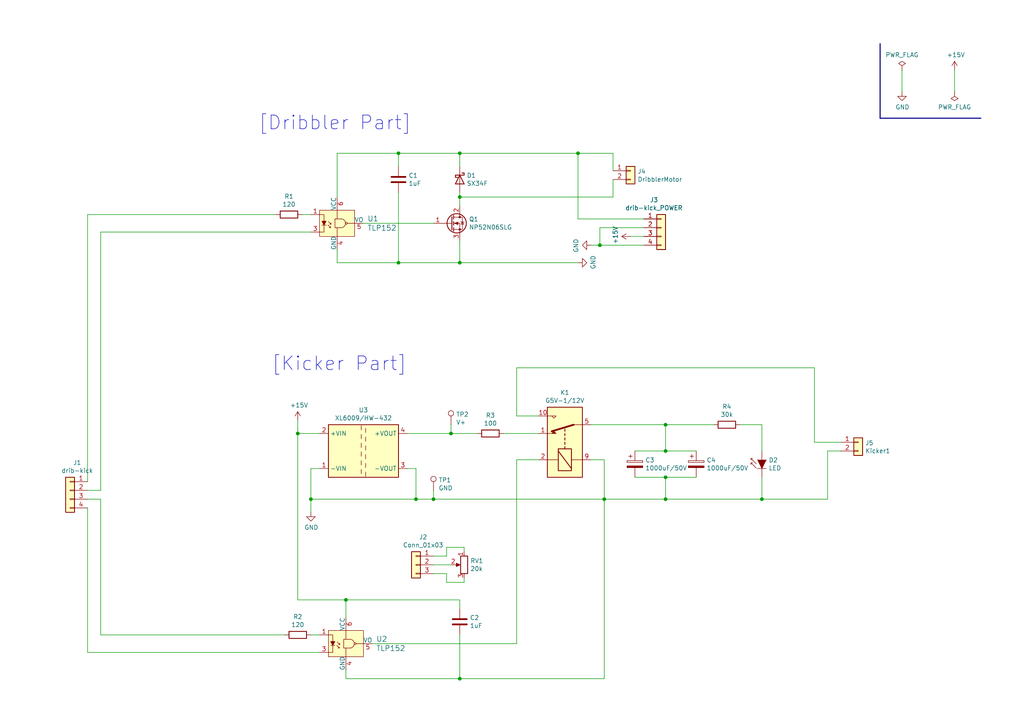
<source format=kicad_sch>
(kicad_sch (version 20211123) (generator eeschema)
  (paper "A4")
  (title_block (title "control board") (date "2021-11-06") (rev "V1.0") (company "Saeki.A"))
  (lib_symbols
    (symbol "1.Robot.prtty:LED" (pin_numbers hide) (pin_names (offset 1.016) hide)
      (property "Reference" "D" (at 0.508 1.778 0))
      (property "Value" "1.Robot.prtty_LED" (at -1.016 -2.794 0))
      (symbol "LED_0_1"
        (polyline (pts (xy -2.54 1.27) (xy -2.54 -1.27)) (stroke (width 0.1524)))
        (polyline (pts (xy 0.381 3.175) (xy -0.127 3.175)))
        (polyline (pts (xy -1.143 1.651) (xy 0.381 3.175) (xy 0.381 2.667)))
        (polyline (pts (xy 0 1.27) (xy -2.54 0) (xy 0 -1.27)) (fill (type outline)))
        (polyline (pts (xy -2.413 1.651) (xy -0.889 3.175) (xy -0.889 2.667) (xy -0.889 3.175) (xy -1.397 3.175)))
      )
      (symbol "LED_1_1"
        (pin passive line (at -5.08 0 0) (length 2.54) (name "K") (number "1"))
        (pin passive line (at 2.54 0 180) (length 2.54) (name "A") (number "2"))
      )
    )
    (symbol "1.Robot.prtty:TLP152" (pin_names (offset 0))
      (property "Reference" "U" (at -7.62 7.62 0))
      (property "Value" "1.Robot.prtty_TLP152" (at 2.54 -5.715 0))
      (symbol "TLP152_0_1"
        (rectangle (start -5.08 3.81) (end 5.08 -3.81) (fill (type background)))
        (polyline (pts (xy -4.445 -0.508) (xy -3.175 -0.508)))
        (polyline (pts (xy -1.905 -1.27) (xy -1.905 -0.889)))
        (polyline (pts (xy -1.778 -0.254) (xy -2.159 -0.254)))
        (polyline (pts (xy -0.635 1.27) (xy 1.27 1.27)))
        (polyline (pts (xy 0 -3.81) (xy 0 -1.27)))
        (polyline (pts (xy 0 3.81) (xy 0 1.27)))
        (polyline (pts (xy 2.921 0) (xy 5.08 0)))
        (polyline (pts (xy -5.08 -2.54) (xy -3.81 -2.54) (xy -3.81 -0.254)))
        (polyline (pts (xy -5.08 2.54) (xy -3.81 2.54) (xy -3.81 0.508)))
        (polyline (pts (xy -2.667 -0.508) (xy -1.905 -1.27) (xy -2.286 -1.27)))
        (polyline (pts (xy -2.54 0.508) (xy -1.778 -0.254) (xy -1.778 0.127)))
        (polyline (pts (xy -0.635 1.27) (xy -0.635 -1.27) (xy 1.27 -1.27)))
        (polyline (pts (xy -4.318 0.635) (xy -3.175 0.635) (xy -3.81 -0.508) (xy -4.445 0.635)) (fill (type outline)))
        (arc (start 1.27 -1.27) (mid 2.4193 0) (end 1.27 1.27))
        (circle (center 2.667 0) (radius 0.2794))
      )
      (symbol "TLP152_1_1"
        (pin passive line (at -7.62 2.54 0) (length 2.54) (name "~") (number "1"))
        (pin passive line (at -7.62 -2.54 0) (length 2.54) (name "~") (number "3"))
        (pin power_in line (at 0 -7.62 90) (length 3.81) (name "GND") (number "4"))
        (pin output line (at 7.62 0 180) (length 2.54) (name "VO") (number "5"))
        (pin power_in line (at 0 7.62 270) (length 3.81) (name "VCC") (number "6"))
      )
    )
    (symbol "Connector:TestPoint" (pin_numbers hide) (pin_names (offset 0.762) hide)
      (property "Reference" "TP" (at 0 6.858 0))
      (property "Value" "TestPoint" (at 0 5.08 0))
      (symbol "TestPoint_0_1"
        (circle (center 0 3.302) (radius 0.762))
      )
      (symbol "TestPoint_1_1"
        (pin passive line (at 0 0 90) (length 2.54) (name "1") (number "1"))
      )
    )
    (symbol "Connector_Generic:Conn_01x02" (pin_names (offset 1.016) hide)
      (property "Reference" "J" (at 0 2.54 0))
      (property "Value" "Conn_01x02" (at 0 -5.08 0))
      (symbol "Conn_01x02_1_1"
        (rectangle (start -1.27 -2.413) (end 0 -2.667) (stroke (width 0.1524)))
        (rectangle (start -1.27 0.127) (end 0 -0.127) (stroke (width 0.1524)))
        (rectangle (start -1.27 1.27) (end 1.27 -3.81) (stroke (width 0.254)) (fill (type background)))
        (pin passive line (at -5.08 0 0) (length 3.81) (name "Pin_1") (number "1"))
        (pin passive line (at -5.08 -2.54 0) (length 3.81) (name "Pin_2") (number "2"))
      )
    )
    (symbol "Connector_Generic:Conn_01x03" (pin_names (offset 1.016) hide)
      (property "Reference" "J" (at 0 5.08 0))
      (property "Value" "Conn_01x03" (at 0 -5.08 0))
      (symbol "Conn_01x03_1_1"
        (rectangle (start -1.27 -2.413) (end 0 -2.667) (stroke (width 0.1524)))
        (rectangle (start -1.27 0.127) (end 0 -0.127) (stroke (width 0.1524)))
        (rectangle (start -1.27 2.667) (end 0 2.413) (stroke (width 0.1524)))
        (rectangle (start -1.27 3.81) (end 1.27 -3.81) (stroke (width 0.254)) (fill (type background)))
        (pin passive line (at -5.08 2.54 0) (length 3.81) (name "Pin_1") (number "1"))
        (pin passive line (at -5.08 0 0) (length 3.81) (name "Pin_2") (number "2"))
        (pin passive line (at -5.08 -2.54 0) (length 3.81) (name "Pin_3") (number "3"))
      )
    )
    (symbol "Connector_Generic:Conn_01x04" (pin_names (offset 1.016) hide)
      (property "Reference" "J" (at 0 5.08 0))
      (property "Value" "Conn_01x04" (at 0 -7.62 0))
      (symbol "Conn_01x04_1_1"
        (rectangle (start -1.27 -4.953) (end 0 -5.207) (stroke (width 0.1524)))
        (rectangle (start -1.27 -2.413) (end 0 -2.667) (stroke (width 0.1524)))
        (rectangle (start -1.27 0.127) (end 0 -0.127) (stroke (width 0.1524)))
        (rectangle (start -1.27 2.667) (end 0 2.413) (stroke (width 0.1524)))
        (rectangle (start -1.27 3.81) (end 1.27 -6.35) (stroke (width 0.254)) (fill (type background)))
        (pin passive line (at -5.08 2.54 0) (length 3.81) (name "Pin_1") (number "1"))
        (pin passive line (at -5.08 0 0) (length 3.81) (name "Pin_2") (number "2"))
        (pin passive line (at -5.08 -2.54 0) (length 3.81) (name "Pin_3") (number "3"))
        (pin passive line (at -5.08 -5.08 0) (length 3.81) (name "Pin_4") (number "4"))
      )
    )
    (symbol "Device:C" (pin_numbers hide) (pin_names (offset 0.254))
      (property "Reference" "C" (at 0.635 2.54 0))
      (property "Value" "C" (at 0.635 -2.54 0))
      (symbol "C_0_1"
        (polyline (pts (xy -2.032 -0.762) (xy 2.032 -0.762)) (stroke (width 0.508)))
        (polyline (pts (xy -2.032 0.762) (xy 2.032 0.762)) (stroke (width 0.508)))
      )
      (symbol "C_1_1"
        (pin passive line (at 0 3.81 270) (length 2.794) (name "~") (number "1"))
        (pin passive line (at 0 -3.81 90) (length 2.794) (name "~") (number "2"))
      )
    )
    (symbol "Device:CP" (pin_numbers hide) (pin_names (offset 0.254))
      (property "Reference" "C" (at 0.635 2.54 0))
      (property "Value" "Device_CP" (at 0.635 -2.54 0))
      (symbol "CP_0_1"
        (rectangle (start -2.286 0.508) (end 2.286 1.016))
        (polyline (pts (xy -1.778 2.286) (xy -0.762 2.286)))
        (polyline (pts (xy -1.27 2.794) (xy -1.27 1.778)))
        (rectangle (start 2.286 -0.508) (end -2.286 -1.016) (fill (type outline)))
      )
      (symbol "CP_1_1"
        (pin passive line (at 0 3.81 270) (length 2.794) (name "~") (number "1"))
        (pin passive line (at 0 -3.81 90) (length 2.794) (name "~") (number "2"))
      )
    )
    (symbol "Device:D_Schottky" (pin_numbers hide) (pin_names (offset 1.016) hide)
      (property "Reference" "D" (at 0 2.54 0))
      (property "Value" "D_Schottky" (at 0 -2.54 0))
      (symbol "D_Schottky_0_1"
        (polyline (pts (xy 1.27 0) (xy -1.27 0)))
        (polyline (pts (xy 1.27 1.27) (xy 1.27 -1.27) (xy -1.27 0) (xy 1.27 1.27)) (stroke (width 0.254)))
        (polyline (pts (xy -1.905 0.635) (xy -1.905 1.27) (xy -1.27 1.27) (xy -1.27 -1.27) (xy -0.635 -1.27) (xy -0.635 -0.635)) (stroke (width 0.254)))
      )
      (symbol "D_Schottky_1_1"
        (pin passive line (at -3.81 0 0) (length 2.54) (name "K") (number "1"))
        (pin passive line (at 3.81 0 180) (length 2.54) (name "A") (number "2"))
      )
    )
    (symbol "Device:R" (pin_numbers hide) (pin_names (offset 0))
      (property "Reference" "R" (at 2.032 0 90))
      (property "Value" "R" (at 0 0 90))
      (symbol "R_0_1"
        (rectangle (start -1.016 -2.54) (end 1.016 2.54) (stroke (width 0.254)))
      )
      (symbol "R_1_1"
        (pin passive line (at 0 3.81 270) (length 1.27) (name "~") (number "1"))
        (pin passive line (at 0 -3.81 90) (length 1.27) (name "~") (number "2"))
      )
    )
    (symbol "Device:R_POT" (pin_names (offset 1.016) hide)
      (property "Reference" "RV" (at -4.445 0 90))
      (property "Value" "Device_R_POT" (at -2.54 0 90))
      (symbol "R_POT_0_1"
        (polyline (pts (xy 2.54 0) (xy 1.524 0)))
        (polyline (pts (xy 1.143 0) (xy 2.286 0.508) (xy 2.286 -0.508) (xy 1.143 0)) (fill (type outline)))
        (rectangle (start 1.016 2.54) (end -1.016 -2.54) (stroke (width 0.254)))
      )
      (symbol "R_POT_1_1"
        (pin passive line (at 0 3.81 270) (length 1.27) (name "1") (number "1"))
        (pin passive line (at 3.81 0 180) (length 1.27) (name "2") (number "2"))
        (pin passive line (at 0 -3.81 90) (length 1.27) (name "3") (number "3"))
      )
    )
    (symbol "Kikker20200725-rescue:TLP157-Akizuki" (pin_names (offset 0))
      (property "Reference" "U" (at -7.62 7.62 0))
      (property "Value" "Kikker20200725-rescue_TLP157-Akizuki" (at 2.54 -5.715 0))
      (symbol "TLP157-Akizuki_0_1"
        (rectangle (start -5.08 3.81) (end 5.08 -3.81) (fill (type background)))
        (polyline (pts (xy -4.445 -0.508) (xy -3.175 -0.508)))
        (polyline (pts (xy -1.905 -1.27) (xy -1.905 -0.889)))
        (polyline (pts (xy -1.778 -0.254) (xy -2.159 -0.254)))
        (polyline (pts (xy -0.635 1.27) (xy 1.27 1.27)))
        (polyline (pts (xy 0 -3.81) (xy 0 -1.27)))
        (polyline (pts (xy 0 3.81) (xy 0 1.27)))
        (polyline (pts (xy 2.921 0) (xy 5.08 0)))
        (polyline (pts (xy -5.08 -2.54) (xy -3.81 -2.54) (xy -3.81 -0.254)))
        (polyline (pts (xy -5.08 2.54) (xy -3.81 2.54) (xy -3.81 0.508)))
        (polyline (pts (xy -2.667 -0.508) (xy -1.905 -1.27) (xy -2.286 -1.27)))
        (polyline (pts (xy -2.54 0.508) (xy -1.778 -0.254) (xy -1.778 0.127)))
        (polyline (pts (xy -0.635 1.27) (xy -0.635 -1.27) (xy 1.27 -1.27)))
        (polyline (pts (xy -4.318 0.635) (xy -3.175 0.635) (xy -3.81 -0.508) (xy -4.445 0.635)) (fill (type outline)))
        (arc (start 1.27 -1.27) (mid 2.4193 0) (end 1.27 1.27))
        (circle (center 2.667 0) (radius 0.2794))
      )
      (symbol "TLP157-Akizuki_1_1"
        (pin passive line (at -7.62 2.54 0) (length 2.54) (name "~") (number "1"))
        (pin passive line (at -7.62 -2.54 0) (length 2.54) (name "~") (number "3"))
        (pin power_in line (at 0 -7.62 90) (length 3.81) (name "GND") (number "4"))
        (pin output line (at 7.62 0 180) (length 2.54) (name "VO") (number "5"))
        (pin power_in line (at 0 7.62 270) (length 3.81) (name "VCC") (number "6"))
      )
    )
    (symbol "Regulator_Switching:CRE1S0305S3C"
      (property "Reference" "U" (at -8.89 8.89 0))
      (property "Value" "CRE1S0305S3C" (at 2.54 8.89 0))
      (symbol "CRE1S0305S3C_0_1"
        (rectangle (start -10.16 7.62) (end 10.16 -7.62) (stroke (width 0.254)) (fill (type background)))
        (polyline (pts (xy -0.635 -5.334) (xy -0.635 -6.604)))
        (polyline (pts (xy -0.635 -2.794) (xy -0.635 -4.064)))
        (polyline (pts (xy -0.635 -0.254) (xy -0.635 -1.524)))
        (polyline (pts (xy -0.635 2.286) (xy -0.635 1.016)))
        (polyline (pts (xy -0.635 4.826) (xy -0.635 3.556)))
        (polyline (pts (xy -0.635 7.366) (xy -0.635 6.096)))
        (polyline (pts (xy 0.635 -7.366) (xy 0.635 -6.096)))
        (polyline (pts (xy 0.635 -4.826) (xy 0.635 -3.556)))
        (polyline (pts (xy 0.635 -2.286) (xy 0.635 -1.016)))
        (polyline (pts (xy 0.635 0.254) (xy 0.635 1.524)))
        (polyline (pts (xy 0.635 2.794) (xy 0.635 4.064)))
        (polyline (pts (xy 0.635 5.334) (xy 0.635 6.604)))
      )
      (symbol "CRE1S0305S3C_1_1"
        (pin power_in line (at -12.7 -5.08 0) (length 2.54) (name "-VIN") (number "1"))
        (pin power_in line (at -12.7 5.08 0) (length 2.54) (name "+VIN") (number "2"))
        (pin power_out line (at 12.7 -5.08 180) (length 2.54) (name "-VOUT") (number "3"))
        (pin power_out line (at 12.7 5.08 180) (length 2.54) (name "+VOUT") (number "4"))
      )
    )
    (symbol "Relay:G5V-1"
      (property "Reference" "K" (at 11.43 3.81 0))
      (property "Value" "G5V-1" (at 11.43 1.27 0))
      (symbol "G5V-1_0_0"
        (polyline (pts (xy 7.62 5.08) (xy 7.62 2.54) (xy 6.985 3.175) (xy 7.62 3.81)))
      )
      (symbol "G5V-1_0_1"
        (rectangle (start -10.16 5.08) (end 10.16 -5.08) (stroke (width 0.254)) (fill (type background)))
        (rectangle (start -8.255 1.905) (end -1.905 -1.905) (stroke (width 0.254)))
        (polyline (pts (xy -7.62 -1.905) (xy -2.54 1.905)) (stroke (width 0.254)))
        (polyline (pts (xy -5.08 -5.08) (xy -5.08 -1.905)))
        (polyline (pts (xy -5.08 5.08) (xy -5.08 1.905)))
        (polyline (pts (xy -1.905 0) (xy -1.27 0)) (stroke (width 0.254)))
        (polyline (pts (xy -0.635 0) (xy 0 0)) (stroke (width 0.254)))
        (polyline (pts (xy 0.635 0) (xy 1.27 0)) (stroke (width 0.254)))
        (polyline (pts (xy 1.905 0) (xy 2.54 0)) (stroke (width 0.254)))
        (polyline (pts (xy 3.175 0) (xy 3.81 0)) (stroke (width 0.254)))
        (polyline (pts (xy 5.08 -2.54) (xy 3.175 3.81)) (stroke (width 0.508)))
        (polyline (pts (xy 5.08 -2.54) (xy 5.08 -5.08)))
        (polyline (pts (xy 2.54 5.08) (xy 2.54 2.54) (xy 3.175 3.175) (xy 2.54 3.81)) (fill (type outline)))
      )
      (symbol "G5V-1_1_1"
        (pin passive line (at 2.54 7.62 270) (length 2.54) (name "~") (number "1"))
        (pin passive line (at 7.62 7.62 270) (length 2.54) (name "~") (number "10"))
        (pin passive line (at -5.08 7.62 270) (length 2.54) (name "~") (number "2"))
        (pin passive line (at 5.08 -7.62 90) (length 2.54) (name "~") (number "5"))
        (pin passive line (at 5.08 -7.62 90) (length 2.54) hide (name "~") (number "6"))
        (pin passive line (at -5.08 -7.62 90) (length 2.54) (name "~") (number "9"))
      )
    )
    (symbol "Transistor_FET:NP52N06SLG" (pin_names hide)
      (property "Reference" "Q" (at 5.08 1.905 0))
      (property "Value" "Transistor_FET_NP52N06SLG" (at 5.08 0 0))
      (symbol "NP52N06SLG_0_1"
        (polyline (pts (xy 0.254 0) (xy -2.54 0)))
        (polyline (pts (xy 0.254 1.905) (xy 0.254 -1.905)) (stroke (width 0.254)))
        (polyline (pts (xy 0.762 -1.27) (xy 0.762 -2.286)) (stroke (width 0.254)))
        (polyline (pts (xy 0.762 0.508) (xy 0.762 -0.508)) (stroke (width 0.254)))
        (polyline (pts (xy 0.762 2.286) (xy 0.762 1.27)) (stroke (width 0.254)))
        (polyline (pts (xy 2.54 2.54) (xy 2.54 1.778)))
        (polyline (pts (xy 2.54 -2.54) (xy 2.54 0) (xy 0.762 0)))
        (polyline (pts (xy 0.762 -1.778) (xy 3.302 -1.778) (xy 3.302 1.778) (xy 0.762 1.778)))
        (polyline (pts (xy 1.016 0) (xy 2.032 0.381) (xy 2.032 -0.381) (xy 1.016 0)) (fill (type outline)))
        (polyline (pts (xy 2.794 0.508) (xy 2.921 0.381) (xy 3.683 0.381) (xy 3.81 0.254)))
        (polyline (pts (xy 3.302 0.381) (xy 2.921 -0.254) (xy 3.683 -0.254) (xy 3.302 0.381)))
        (circle (center 1.651 0) (radius 2.794) (stroke (width 0.254)))
        (circle (center 2.54 -1.778) (radius 0.254) (fill (type outline)))
        (circle (center 2.54 1.778) (radius 0.254) (fill (type outline)))
      )
      (symbol "NP52N06SLG_1_1"
        (pin input line (at -5.08 0 0) (length 2.54) (name "G") (number "1"))
        (pin passive line (at 2.54 5.08 270) (length 2.54) (name "D") (number "2"))
        (pin passive line (at 2.54 -5.08 90) (length 2.54) (name "S") (number "3"))
      )
    )
    (symbol "power:+15V" (power) (pin_names (offset 0))
      (property "Value" "+15V" (at 0 3.556 0))
      (symbol "+15V_0_1"
        (polyline (pts (xy -0.762 1.27) (xy 0 2.54)))
        (polyline (pts (xy 0 0) (xy 0 2.54)))
        (polyline (pts (xy 0 2.54) (xy 0.762 1.27)))
      )
      (symbol "+15V_1_1"
        (pin power_in line (at 0 0 90) (length 0) hide (name "+15V") (number "1"))
      )
    )
    (symbol "power:GND" (power) (pin_names (offset 0))
      (property "Value" "GND" (at 0 -3.81 0))
      (symbol "GND_0_1"
        (polyline (pts (xy 0 0) (xy 0 -1.27) (xy 1.27 -1.27) (xy 0 -2.54) (xy -1.27 -1.27) (xy 0 -1.27)))
      )
      (symbol "GND_1_1"
        (pin power_in line (at 0 0 270) (length 0) hide (name "GND") (number "1"))
      )
    )
    (symbol "power:PWR_FLAG" (power) (pin_numbers hide) (pin_names (offset 0) hide)
      (property "Value" "PWR_FLAG" (at 0 3.81 0))
      (symbol "PWR_FLAG_0_0"
        (pin power_out line (at 0 0 90) (length 0) (name "pwr") (number "1"))
      )
      (symbol "PWR_FLAG_0_1"
        (polyline (pts (xy 0 0) (xy 0 1.27) (xy -1.016 1.905) (xy 0 2.54) (xy 1.016 1.905) (xy 0 1.27)))
      )
    )
  )
  (junction (at 193.04 138.43))
  (junction (at 220.98 144.78))
  (junction (at 133.35 57.15))
  (junction (at 125.73 144.78))
  (junction (at 115.57 44.45))
  (junction (at 193.04 130.81))
  (junction (at 120.65 144.78))
  (junction (at 90.17 144.78))
  (junction (at 167.64 44.45))
  (junction (at 193.04 123.19))
  (junction (at 133.35 196.85))
  (junction (at 100.33 173.99))
  (junction (at 173.99 71.12))
  (junction (at 133.35 76.2))
  (junction (at 193.04 144.78))
  (junction (at 86.36 125.73))
  (junction (at 130.81 125.73))
  (junction (at 175.26 144.78))
  (junction (at 133.35 44.45))
  (junction (at 115.57 76.2))
  (wire (pts (xy 25.4 142.24) (xy 29.21 142.24)))
  (wire (pts (xy 29.21 144.78) (xy 29.21 184.15)))
  (wire (pts (xy 133.35 59.69) (xy 133.35 57.15)))
  (wire (pts (xy 120.65 135.89) (xy 118.11 135.89)))
  (wire (pts (xy 125.73 161.29) (xy 129.54 161.29)))
  (wire (pts (xy 133.35 173.99) (xy 133.35 176.53)))
  (bus (pts (xy 255.27 12.7) (xy 255.27 34.29)))
  (wire (pts (xy 167.64 63.5) (xy 186.69 63.5)))
  (wire (pts (xy 175.26 133.35) (xy 171.45 133.35)))
  (wire (pts (xy 175.26 144.78) (xy 175.26 196.85)))
  (wire (pts (xy 193.04 123.19) (xy 207.01 123.19)))
  (wire (pts (xy 100.33 173.99) (xy 100.33 179.07)))
  (wire (pts (xy 133.35 57.15) (xy 177.8 57.15)))
  (wire (pts (xy 29.21 142.24) (xy 29.21 67.31)))
  (wire (pts (xy 107.95 186.69) (xy 149.86 186.69)))
  (wire (pts (xy 193.04 130.81) (xy 201.93 130.81)))
  (wire (pts (xy 149.86 106.68) (xy 236.22 106.68)))
  (wire (pts (xy 193.04 138.43) (xy 193.04 144.78)))
  (wire (pts (xy 175.26 144.78) (xy 193.04 144.78)))
  (wire (pts (xy 115.57 44.45) (xy 115.57 48.26)))
  (wire (pts (xy 193.04 144.78) (xy 220.98 144.78)))
  (wire (pts (xy 261.62 20.32) (xy 261.62 26.67)))
  (wire (pts (xy 92.71 135.89) (xy 90.17 135.89)))
  (wire (pts (xy 97.79 44.45) (xy 115.57 44.45)))
  (wire (pts (xy 86.36 121.92) (xy 86.36 125.73)))
  (wire (pts (xy 193.04 123.19) (xy 193.04 130.81)))
  (wire (pts (xy 29.21 184.15) (xy 82.55 184.15)))
  (wire (pts (xy 146.05 125.73) (xy 156.21 125.73)))
  (wire (pts (xy 156.21 120.65) (xy 149.86 120.65)))
  (wire (pts (xy 193.04 138.43) (xy 201.93 138.43)))
  (wire (pts (xy 97.79 57.15) (xy 97.79 44.45)))
  (wire (pts (xy 90.17 184.15) (xy 92.71 184.15)))
  (wire (pts (xy 100.33 173.99) (xy 133.35 173.99)))
  (wire (pts (xy 134.62 168.91) (xy 134.62 167.64)))
  (wire (pts (xy 171.45 123.19) (xy 193.04 123.19)))
  (wire (pts (xy 25.4 189.23) (xy 25.4 147.32)))
  (wire (pts (xy 90.17 144.78) (xy 90.17 148.59)))
  (wire (pts (xy 133.35 44.45) (xy 167.64 44.45)))
  (wire (pts (xy 25.4 144.78) (xy 29.21 144.78)))
  (wire (pts (xy 186.69 66.04) (xy 173.99 66.04)))
  (wire (pts (xy 214.63 123.19) (xy 220.98 123.19)))
  (wire (pts (xy 125.73 163.83) (xy 130.81 163.83)))
  (wire (pts (xy 29.21 67.31) (xy 90.17 67.31)))
  (wire (pts (xy 236.22 128.27) (xy 243.84 128.27)))
  (wire (pts (xy 133.35 76.2) (xy 133.35 69.85)))
  (wire (pts (xy 120.65 144.78) (xy 125.73 144.78)))
  (wire (pts (xy 115.57 76.2) (xy 133.35 76.2)))
  (wire (pts (xy 129.54 158.75) (xy 134.62 158.75)))
  (wire (pts (xy 133.35 196.85) (xy 175.26 196.85)))
  (wire (pts (xy 134.62 158.75) (xy 134.62 160.02)))
  (wire (pts (xy 184.15 138.43) (xy 193.04 138.43)))
  (wire (pts (xy 125.73 144.78) (xy 175.26 144.78)))
  (wire (pts (xy 115.57 55.88) (xy 115.57 76.2)))
  (wire (pts (xy 100.33 196.85) (xy 133.35 196.85)))
  (wire (pts (xy 105.41 64.77) (xy 125.73 64.77)))
  (wire (pts (xy 115.57 44.45) (xy 133.35 44.45)))
  (wire (pts (xy 184.15 130.81) (xy 193.04 130.81)))
  (wire (pts (xy 186.69 68.58) (xy 182.88 68.58)))
  (wire (pts (xy 133.35 184.15) (xy 133.35 196.85)))
  (wire (pts (xy 220.98 144.78) (xy 240.03 144.78)))
  (wire (pts (xy 130.81 123.19) (xy 130.81 125.73)))
  (wire (pts (xy 173.99 66.04) (xy 173.99 71.12)))
  (wire (pts (xy 276.86 20.32) (xy 276.86 26.67)))
  (bus (pts (xy 255.27 34.29) (xy 284.48 34.29)))
  (wire (pts (xy 175.26 144.78) (xy 175.26 133.35)))
  (wire (pts (xy 86.36 125.73) (xy 86.36 173.99)))
  (wire (pts (xy 118.11 125.73) (xy 130.81 125.73)))
  (wire (pts (xy 149.86 133.35) (xy 156.21 133.35)))
  (wire (pts (xy 90.17 135.89) (xy 90.17 144.78)))
  (wire (pts (xy 129.54 166.37) (xy 129.54 168.91)))
  (wire (pts (xy 177.8 44.45) (xy 177.8 49.53)))
  (wire (pts (xy 129.54 168.91) (xy 134.62 168.91)))
  (wire (pts (xy 25.4 139.7) (xy 25.4 62.23)))
  (wire (pts (xy 177.8 52.07) (xy 177.8 57.15)))
  (wire (pts (xy 97.79 72.39) (xy 97.79 76.2)))
  (wire (pts (xy 240.03 130.81) (xy 240.03 144.78)))
  (wire (pts (xy 149.86 120.65) (xy 149.86 106.68)))
  (wire (pts (xy 220.98 123.19) (xy 220.98 130.81)))
  (wire (pts (xy 133.35 76.2) (xy 167.64 76.2)))
  (wire (pts (xy 25.4 189.23) (xy 92.71 189.23)))
  (wire (pts (xy 236.22 106.68) (xy 236.22 128.27)))
  (wire (pts (xy 171.45 71.12) (xy 173.99 71.12)))
  (wire (pts (xy 125.73 142.24) (xy 125.73 144.78)))
  (wire (pts (xy 90.17 144.78) (xy 120.65 144.78)))
  (wire (pts (xy 87.63 62.23) (xy 90.17 62.23)))
  (wire (pts (xy 100.33 194.31) (xy 100.33 196.85)))
  (wire (pts (xy 125.73 166.37) (xy 129.54 166.37)))
  (wire (pts (xy 149.86 133.35) (xy 149.86 186.69)))
  (wire (pts (xy 97.79 76.2) (xy 115.57 76.2)))
  (wire (pts (xy 86.36 125.73) (xy 92.71 125.73)))
  (wire (pts (xy 220.98 138.43) (xy 220.98 144.78)))
  (wire (pts (xy 129.54 161.29) (xy 129.54 158.75)))
  (wire (pts (xy 120.65 144.78) (xy 120.65 135.89)))
  (wire (pts (xy 173.99 71.12) (xy 186.69 71.12)))
  (wire (pts (xy 86.36 173.99) (xy 100.33 173.99)))
  (wire (pts (xy 130.81 125.73) (xy 138.43 125.73)))
  (wire (pts (xy 133.35 48.26) (xy 133.35 44.45)))
  (wire (pts (xy 243.84 130.81) (xy 240.03 130.81)))
  (wire (pts (xy 167.64 44.45) (xy 167.64 63.5)))
  (wire (pts (xy 133.35 57.15) (xy 133.35 55.88)))
  (wire (pts (xy 25.4 62.23) (xy 80.01 62.23)))
  (wire (pts (xy 167.64 44.45) (xy 177.8 44.45)))
  (text "[Kicker Part]" (at 78.74 107.95 0) (effects (font (size 3.9878 3.9878)) (justify left bottom)))
  (text "[Dribbler Part]" (at 74.93 38.1 0) (effects (font (size 3.9878 3.9878)) (justify left bottom)))
  (symbol (lib_id "Device:CP") (at 201.93 134.62 0) (unit 1)
    (property "Reference" "C4" (at 204.9272 133.4516 0) (effects (justify left)))
    (property "Value" "1000uF/50V" (at 204.9272 135.763 0) (effects (justify left)))
    (property "Footprint" "Capacitor_THT:CP_Radial_D12.5mm_P7.50mm" (effects hide))
  )
  (symbol (lib_id "Device:C") (at 115.57 52.07 0) (unit 1)
    (property "Reference" "C1" (at 118.491 50.9016 0) (effects (justify left)))
    (property "Value" "1uF" (at 118.491 53.213 0) (effects (justify left)))
    (property "Footprint" "Capacitor_SMD:C_0603_1608Metric_Pad1.08x0.95mm_HandSolder" (effects hide))
  )
  (symbol (lib_id "Kikker20200725-rescue:TLP157-Akizuki") (at 100.33 186.69 0) (unit 1)
    (property "Reference" "U2" (at 109.0676 185.3438 0) (effects (font (size 1.524 1.524)) (justify left)))
    (property "Value" "TLP152" (at 109.0676 188.0362 0) (effects (font (size 1.524 1.524)) (justify left)))
    (property "Footprint" "0.main.robot:TLP152" (effects hide))
  )
  (symbol (lib_id "Device:D_Schottky") (at 133.35 52.07 270) (unit 1)
    (property "Reference" "D1" (at 135.3566 50.9016 90) (effects (justify left)))
    (property "Value" "SX34F" (at 135.3566 53.213 90) (effects (justify left)))
    (property "Footprint" "Diode_SMD:D_SMA" (effects hide))
  )
  (symbol (lib_id "power:GND") (at 261.62 26.67 0) (unit 1)
    (property "Reference" "#PWR06" (effects hide))
    (property "Value" "GND" (at 261.747 31.0642 0))
  )
  (symbol (lib_id "Connector:TestPoint") (at 125.73 142.24 0) (unit 1)
    (property "Reference" "TP1" (at 127.2032 139.2428 0) (effects (justify left)))
    (property "Value" "GND" (at 127.2032 141.5542 0) (effects (justify left)))
    (property "Footprint" "TestPoint:TestPoint_Loop_D2.60mm_Drill0.9mm_Beaded" (effects hide))
  )
  (symbol (lib_id "Device:R") (at 83.82 62.23 270) (unit 1)
    (property "Reference" "R1" (at 83.82 56.9722 90))
    (property "Value" "120" (at 83.82 59.2836 90))
    (property "Footprint" "Resistor_SMD:R_0603_1608Metric_Pad0.98x0.95mm_HandSolder" (effects hide))
  )
  (symbol (lib_id "Device:R") (at 86.36 184.15 270) (unit 1)
    (property "Reference" "R2" (at 86.36 178.8922 90))
    (property "Value" "120" (at 86.36 181.2036 90))
    (property "Footprint" "Resistor_SMD:R_0603_1608Metric_Pad0.98x0.95mm_HandSolder" (effects hide))
  )
  (symbol (lib_id "Device:C") (at 133.35 180.34 0) (unit 1)
    (property "Reference" "C2" (at 136.271 179.1716 0) (effects (justify left)))
    (property "Value" "1uF" (at 136.271 181.483 0) (effects (justify left)))
    (property "Footprint" "Capacitor_SMD:C_0603_1608Metric_Pad1.08x0.95mm_HandSolder" (effects hide))
  )
  (symbol (lib_id "Connector_Generic:Conn_01x04") (at 191.77 66.04 0) (unit 1)
    (property "Reference" "J3" (at 189.6872 57.9882 0))
    (property "Value" "drib-kick_POWER" (at 189.6872 60.2996 0))
    (property "Footprint" "Connector_PinHeader_2.54mm:PinHeader_1x04_P2.54mm_Vertical" (effects hide))
  )
  (symbol (lib_id "Connector:TestPoint") (at 130.81 123.19 0) (unit 1)
    (property "Reference" "TP2" (at 132.2832 120.1928 0) (effects (justify left)))
    (property "Value" "V+" (at 132.2832 122.5042 0) (effects (justify left)))
    (property "Footprint" "TestPoint:TestPoint_Loop_D2.60mm_Drill0.9mm_Beaded" (effects hide))
  )
  (symbol (lib_id "Connector_Generic:Conn_01x02") (at 248.92 128.27 0) (unit 1)
    (property "Reference" "J5" (at 250.952 128.4732 0) (effects (justify left)))
    (property "Value" "Kicker1" (at 250.952 130.7846 0) (effects (justify left)))
    (property "Footprint" "Connector_JST:JST_XH_B2B-XH-A_1x02_P2.50mm_Vertical" (effects hide))
  )
  (symbol (lib_id "power:PWR_FLAG") (at 261.62 20.32 0) (unit 1)
    (property "Reference" "#FLG01" (effects hide))
    (property "Value" "PWR_FLAG" (at 261.62 15.9258 0))
  )
  (symbol (lib_id "power:GND") (at 90.17 148.59 0) (unit 1)
    (property "Reference" "#PWR02" (effects hide))
    (property "Value" "GND" (at 90.297 152.9842 0))
  )
  (symbol (lib_id "Device:R") (at 210.82 123.19 90) (unit 1)
    (property "Reference" "R4" (at 210.82 117.9322 90))
    (property "Value" "30k" (at 210.82 120.2436 90))
    (property "Footprint" "Resistor_THT:R_Axial_DIN0204_L3.6mm_D1.6mm_P5.08mm_Horizontal" (effects hide))
  )
  (symbol (lib_id "1.Robot.prtty:TLP152") (at 97.79 64.77 0) (unit 1)
    (property "Reference" "U1" (at 106.5276 63.4238 0) (effects (font (size 1.524 1.524)) (justify left)))
    (property "Value" "TLP152" (at 106.5276 66.1162 0) (effects (font (size 1.524 1.524)) (justify left)))
    (property "Footprint" "0.main.robot:TLP152" (effects hide))
  )
  (symbol (lib_id "Connector_Generic:Conn_01x02") (at 182.88 49.53 0) (unit 1)
    (property "Reference" "J4" (at 184.912 49.7332 0) (effects (justify left)))
    (property "Value" "DribblerMotor" (at 184.912 52.0446 0) (effects (justify left)))
    (property "Footprint" "Connector_JST:JST_XH_B2B-XH-A_1x02_P2.50mm_Vertical" (effects hide))
  )
  (symbol (lib_id "power:PWR_FLAG") (at 276.86 26.67 180) (unit 1)
    (property "Reference" "#FLG02" (effects hide))
    (property "Value" "PWR_FLAG" (at 276.86 31.0642 0))
  )
  (symbol (lib_id "Connector_Generic:Conn_01x04") (at 20.32 142.24 0) (mirror y) (unit 1)
    (property "Reference" "J1" (at 22.4028 134.1882 0))
    (property "Value" "drib-kick" (at 22.4028 136.4996 0))
    (property "Footprint" "Connector_PinHeader_2.54mm:PinHeader_1x04_P2.54mm_Vertical" (effects hide))
  )
  (symbol (lib_id "power:+15V") (at 276.86 20.32 0) (unit 1)
    (property "Reference" "#PWR07" (effects hide))
    (property "Value" "+15V" (at 277.241 15.9258 0))
  )
  (symbol (lib_id "power:GND") (at 167.64 76.2 90) (unit 1)
    (property "Reference" "#PWR03" (effects hide))
    (property "Value" "GND" (at 172.0342 76.073 0))
  )
  (symbol (lib_id "Device:R") (at 142.24 125.73 270) (unit 1)
    (property "Reference" "R3" (at 142.24 120.4722 90))
    (property "Value" "100" (at 142.24 122.7836 90))
    (property "Footprint" "Resistor_THT:R_Axial_DIN0411_L9.9mm_D3.6mm_P20.32mm_Horizontal" (effects hide))
  )
  (symbol (lib_id "power:+15V") (at 182.88 68.58 90) (unit 1)
    (property "Reference" "#PWR05" (effects hide))
    (property "Value" "+15V" (at 178.4858 68.199 0))
  )
  (symbol (lib_id "power:GND") (at 171.45 71.12 270) (unit 1)
    (property "Reference" "#PWR04" (effects hide))
    (property "Value" "GND" (at 167.0558 71.247 0))
  )
  (symbol (lib_id "Device:R_POT") (at 134.62 163.83 0) (mirror y) (unit 1)
    (property "Reference" "RV1" (at 136.398 162.6616 0) (effects (justify right)))
    (property "Value" "20k" (at 136.398 164.973 0) (effects (justify right)))
    (property "Footprint" "0.main.robot:Trim-GF063X" (effects hide))
  )
  (symbol (lib_id "power:+15V") (at 86.36 121.92 0) (unit 1)
    (property "Reference" "#PWR01" (effects hide))
    (property "Value" "+15V" (at 86.741 117.5258 0))
  )
  (symbol (lib_id "Transistor_FET:NP52N06SLG") (at 130.81 64.77 0) (unit 1)
    (property "Reference" "Q1" (at 136.017 63.6016 0) (effects (justify left)))
    (property "Value" "NP52N06SLG" (at 136.017 65.913 0) (effects (justify left)))
    (property "Footprint" "Package_TO_SOT_SMD:TO-252-2" (effects hide))
    (property "Datasheet" "https://www.infineon.com/dgdl/Infineon-IPD50R380CE-DS-v02_01-en.pdf?fileId=db3a30433ecb86d4013ed0a2ef580f38" (effects hide))
  )
  (symbol (lib_id "Connector_Generic:Conn_01x03") (at 120.65 163.83 0) (mirror y) (unit 1)
    (property "Reference" "J2" (at 122.7328 155.7782 0))
    (property "Value" "Conn_01x03" (at 122.7328 158.0896 0))
    (property "Footprint" "Connector_PinHeader_2.54mm:PinHeader_1x03_P2.54mm_Vertical" (effects hide))
  )
  (symbol (lib_id "Device:CP") (at 184.15 134.62 0) (unit 1)
    (property "Reference" "C3" (at 187.1472 133.4516 0) (effects (justify left)))
    (property "Value" "1000uF/50V" (at 187.1472 135.763 0) (effects (justify left)))
    (property "Footprint" "Capacitor_THT:CP_Radial_D12.5mm_P7.50mm" (effects hide))
  )
  (symbol (lib_id "Regulator_Switching:CRE1S0305S3C") (at 105.41 130.81 0) (unit 1)
    (property "Reference" "U3" (at 105.41 118.9482 0))
    (property "Value" "XL6009/HW-432" (at 105.41 121.2596 0))
    (property "Footprint" "0.main.robot:XL6009_HW432" (effects hide))
    (property "Datasheet" "http://power.murata.com/datasheet?/data/power/ncl/kdc_cre1.pdf" (effects hide))
  )
  (symbol (lib_id "Relay:G5V-1") (at 163.83 128.27 90) (unit 1)
    (property "Reference" "K1" (at 163.83 113.8682 90))
    (property "Value" "G5V-1/12V" (at 163.83 116.1796 90))
    (property "Footprint" "Relay_THT:Relay_SPDT_Omron_G5V-1" (effects hide))
    (property "Datasheet" "http://omronfs.omron.com/en_US/ecb/products/pdf/en-g5v_1.pdf" (effects hide))
  )
  (symbol (lib_id "1.Robot.prtty:LED") (at 220.98 133.35 90) (unit 1)
    (property "Reference" "D2" (at 222.9358 133.4516 90) (effects (justify right)))
    (property "Value" "LED" (at 222.9358 135.763 90) (effects (justify right)))
    (property "Footprint" "LED_SMD:LED_0603_1608Metric_Pad1.05x0.95mm_HandSolder" (effects hide))
  )
)
</source>
